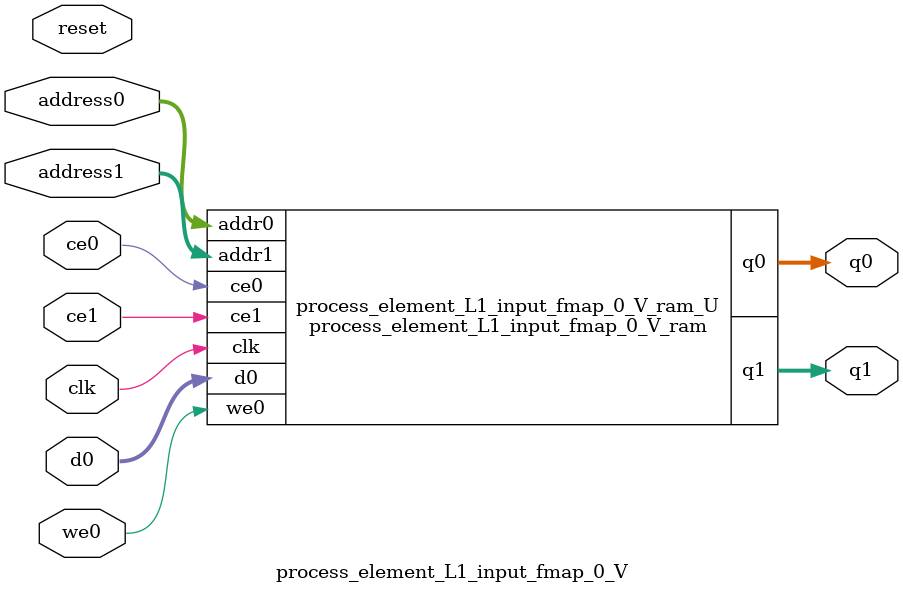
<source format=v>
`timescale 1 ns / 1 ps
module process_element_L1_input_fmap_0_V_ram (addr0, ce0, d0, we0, q0, addr1, ce1, q1,  clk);

parameter DWIDTH = 16;
parameter AWIDTH = 10;
parameter MEM_SIZE = 1024;

input[AWIDTH-1:0] addr0;
input ce0;
input[DWIDTH-1:0] d0;
input we0;
output reg[DWIDTH-1:0] q0;
input[AWIDTH-1:0] addr1;
input ce1;
output reg[DWIDTH-1:0] q1;
input clk;

(* ram_style = "block" *)reg [DWIDTH-1:0] ram[0:MEM_SIZE-1];




always @(posedge clk)  
begin 
    if (ce0) begin
        if (we0) 
            ram[addr0] <= d0; 
        q0 <= ram[addr0];
    end
end


always @(posedge clk)  
begin 
    if (ce1) begin
        q1 <= ram[addr1];
    end
end


endmodule

`timescale 1 ns / 1 ps
module process_element_L1_input_fmap_0_V(
    reset,
    clk,
    address0,
    ce0,
    we0,
    d0,
    q0,
    address1,
    ce1,
    q1);

parameter DataWidth = 32'd16;
parameter AddressRange = 32'd1024;
parameter AddressWidth = 32'd10;
input reset;
input clk;
input[AddressWidth - 1:0] address0;
input ce0;
input we0;
input[DataWidth - 1:0] d0;
output[DataWidth - 1:0] q0;
input[AddressWidth - 1:0] address1;
input ce1;
output[DataWidth - 1:0] q1;



process_element_L1_input_fmap_0_V_ram process_element_L1_input_fmap_0_V_ram_U(
    .clk( clk ),
    .addr0( address0 ),
    .ce0( ce0 ),
    .we0( we0 ),
    .d0( d0 ),
    .q0( q0 ),
    .addr1( address1 ),
    .ce1( ce1 ),
    .q1( q1 ));

endmodule


</source>
